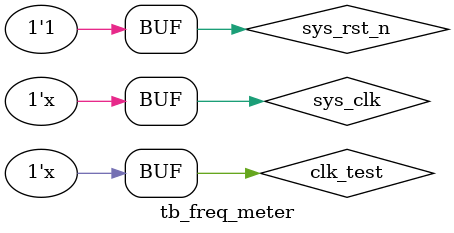
<source format=v>
`timescale  1ns/1ns
module  tb_freq_meter();

reg            sys_clk  ;
reg            sys_rst_n;
reg            clk_test ;

wire        clk_out;
wire        ds     ;
wire        oe     ;
wire        shcp   ;
wire        stcp   ;

initial
    begin
        sys_clk = 1'b1;
        sys_rst_n   <= 1'b0;
        #200
        sys_rst_n   <= 1'b1;
        clk_test = 1'b1;
    end

always #10 sys_clk = ~sys_clk;
always #100 clk_test = ~clk_test;

defparam freq_meter_inst.freq_meter_calc_inst.CNT_GATE_S_MAX = 74_9;
defparam freq_meter_inst.freq_meter_calc_inst.CNT_RISE_MAX = 12_4;
defparam freq_meter_inst.seg_595_dynamic_inst.seg_dynamic_inst.CNT_MAX = 49;
freq_meter  freq_meter_inst
(
    .sys_clk     (sys_clk),
    .sys_rst_n   (sys_rst_n),
    .clk_test    (clk_test),

    .clk_out     (clk_out),
    .ds          (ds     ),
    .oe          (oe     ),
    .shcp        (shcp   ),
    .stcp        (stcp   )
);

endmodule

</source>
